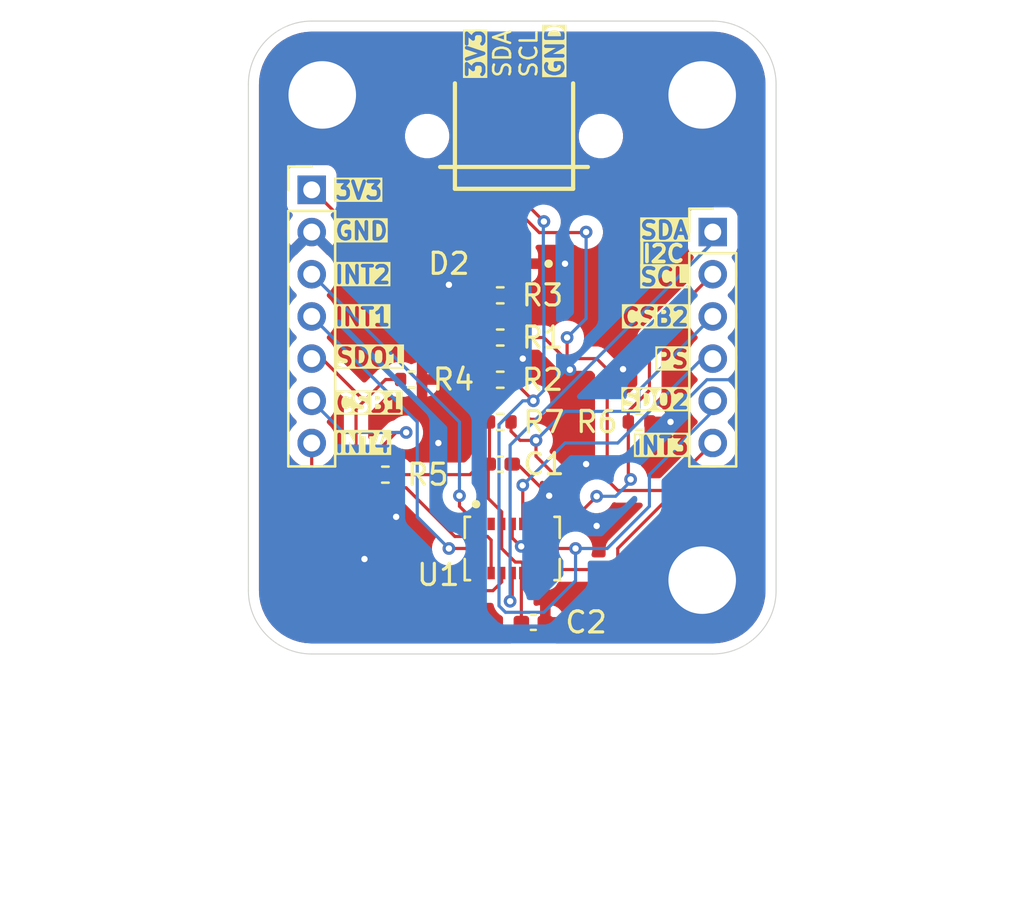
<source format=kicad_pcb>
(kicad_pcb (version 20241229) (generator "pcbnew") (generator_version "9.0")
  (layers (0 "F.Cu" signal) (2 "B.Cu" signal) (13 "F.Paste" user) (15 "B.Paste" user) (5 "F.SilkS" user "F.Silkscreen") (7 "B.SilkS" user "B.Silkscreen") (1 "F.Mask" user) (3 "B.Mask" user) (25 "Edge.Cuts" user))
  (net 0 "")
  (net 1 "+3V3")
  (net 2 "GND")
  (net 3 "SDA")
  (net 4 "SCL")
  (net 5 "INT1")
  (net 6 "CSB1")
  (net 7 "INT2")
  (net 8 "INT4")
  (net 9 "SDO1")
  (net 10 "SDO2")
  (net 11 "INT3")
  (net 12 "CSB2")
  (net 13 "PS")
  (net 14 "Net-(D2-Pad2)")
  (footprint "Lib_footprint:284697E" (layer "F.Cu") (at 140.085 67.95 180)
    (property "Reference" "J1" (hide yes))
    (property "Value" "284697-E" (hide yes))
    (fp_line (start 2.8 -1.465) (end 2.8 2.5) (stroke (width 0.2)) (layer "F.SilkS"))
    (fp_line (start 2.8 -2.5) (end 2.8 -1.465) (stroke (width 0.2)) (layer "F.SilkS"))
    (fp_line (start -2.8 -1.5) (end -2.8 2.5) (stroke (width 0.2)) (layer "F.SilkS"))
    (fp_line (start -2.8 -1.5) (end -2.8 -2.5) (stroke (width 0.2)) (layer "F.SilkS"))
    (fp_line (start -2.8 -2.5) (end 2.8 -2.5) (stroke (width 0.2)) (layer "F.SilkS"))
    (fp_line (start -3.5 -1.465) (end 3.5 -1.465) (stroke (width 0.2)) (layer "F.SilkS"))
    (pad "" np_thru_hole circle (at -4.115 0 180) (size 1.6 1.6) (drill 1.6) (layers "*.Cu" "*.Mask"))
    (pad "" np_thru_hole circle (at 4.115 0 180) (size 1.6 1.6) (drill 1.6) (layers "*.Cu" "*.Mask"))
    (pad "1" smd rect (at 1.905 1.45 180) (size 0.8 2) (layers "F.Cu" "F.Mask" "F.Paste") (net 1 "+3V3"))
    (pad "2" smd rect (at 0.635 1.45 180) (size 0.8 2) (layers "F.Cu" "F.Mask" "F.Paste") (net 3 "SDA"))
    (pad "3" smd rect (at -0.635 1.45 180) (size 0.8 2) (layers "F.Cu" "F.Mask" "F.Paste") (net 4 "SCL"))
    (pad "4" smd rect (at -1.905 1.45 180) (size 0.8 2) (layers "F.Cu" "F.Mask" "F.Paste") (net 2 "GND"))
    (pad "5" smd rect (at -4.415 -2.5 180) (size 1.2 2.4) (layers "F.Cu" "F.Mask" "F.Paste") (net 2 "GND"))
    (pad "6" smd rect (at -4.415 2.5 180) (size 1.2 2.4) (layers "F.Cu" "F.Mask" "F.Paste") (net 2 "GND"))
    (pad "7" smd rect (at 4.415 -2.5 180) (size 1.2 2.4) (layers "F.Cu" "F.Mask" "F.Paste") (net 2 "GND"))
    (pad "8" smd rect (at 4.415 2.5 180) (size 1.2 2.4) (layers "F.Cu" "F.Mask" "F.Paste") (net 2 "GND"))
  )
  (footprint "MountingHole:MountingHole_3.2mm_M3_ISO14580_Pad" (layer "F.Cu") (at 149 66)
    (property "Reference" "REF**" (hide yes))
    (property "Value" "MountingHole_3.2mm_M3_ISO14580_Pad")
    (pad "1" thru_hole circle (at 0 0) (size 5.5 5.5) (drill 3.2) (layers "*.Cu" "*.Mask") (net 2 "GND"))
  )
  (footprint "Connector_PinHeader_2.00mm:PinHeader_1x06_P2.00mm_Vertical" (layer "F.Cu") (at 149.5 72.5)
    (property "Reference" "J4" (hide yes))
    (property "Value" "Conn_01x06_Pin")
    (fp_line (start -1.11 -1.11) (end 0 -1.11) (stroke (width 0.12)) (layer "F.SilkS"))
    (fp_line (start -1.11 0) (end -1.11 -1.11) (stroke (width 0.12)) (layer "F.SilkS"))
    (fp_line (start -1.11 1) (end -1.11 11.11) (stroke (width 0.12)) (layer "F.SilkS"))
    (fp_line (start -1.11 1) (end 1.11 1) (stroke (width 0.12)) (layer "F.SilkS"))
    (fp_line (start -1.11 11.11) (end 1.11 11.11) (stroke (width 0.12)) (layer "F.SilkS"))
    (fp_line (start 1.11 1) (end 1.11 11.11) (stroke (width 0.12)) (layer "F.SilkS"))
    (pad "1" thru_hole rect (at 0 0) (size 1.35 1.35) (drill 0.8) (layers "*.Cu" "*.Mask") (net 11 "INT3"))
    (pad "2" thru_hole circle (at 0 2) (size 1.35 1.35) (drill 0.8) (layers "*.Cu" "*.Mask") (net 10 "SDO2"))
    (pad "3" thru_hole circle (at 0 4) (size 1.35 1.35) (drill 0.8) (layers "*.Cu" "*.Mask") (net 13 "PS"))
    (pad "4" thru_hole circle (at 0 6) (size 1.35 1.35) (drill 0.8) (layers "*.Cu" "*.Mask") (net 12 "CSB2"))
    (pad "5" thru_hole circle (at 0 8) (size 1.35 1.35) (drill 0.8) (layers "*.Cu" "*.Mask") (net 4 "SCL"))
    (pad "6" thru_hole circle (at 0 10) (size 1.35 1.35) (drill 0.8) (layers "*.Cu" "*.Mask") (net 3 "SDA"))
  )
  (footprint "MountingHole:MountingHole_3.2mm_M3_ISO14580_Pad" (layer "F.Cu") (at 149 89 -90)
    (property "Reference" "REF**" (hide yes))
    (property "Value" "MountingHole_3.2mm_M3_ISO14580_Pad")
    (pad "1" thru_hole circle (at 0 0 270) (size 5.5 5.5) (drill 3.2) (layers "*.Cu" "*.Mask") (net 2 "GND"))
  )
  (footprint "Resistor_SMD:R_0402_1005Metric" (layer "F.Cu") (at 139.4325 81.5)
    (property "Reference" "R7" (at 2.0675 0 0) (layer "F.SilkS"))
    (property "Value" "0R")
    (fp_line (start -0.153641 -0.38) (end 0.153641 -0.38) (stroke (width 0.12)) (layer "F.SilkS"))
    (fp_line (start -0.153641 0.38) (end 0.153641 0.38) (stroke (width 0.12)) (layer "F.SilkS"))
    (pad "1" smd roundrect (at -0.51 0) (size 0.54 0.64) (layers "F.Cu" "F.Mask" "F.Paste") (net 1 "+3V3"))
    (pad "2" smd roundrect (at 0.51 0) (size 0.54 0.64) (layers "F.Cu" "F.Mask" "F.Paste") (net 13 "PS"))
  )
  (footprint "MountingHole:MountingHole_3.2mm_M3_ISO14580_Pad" (layer "F.Cu") (at 131 66)
    (property "Reference" "REF**" (hide yes))
    (property "Value" "MountingHole_3.2mm_M3_ISO14580_Pad")
    (pad "1" thru_hole circle (at 0 0) (size 5.5 5.5) (drill 3.2) (layers "*.Cu" "*.Mask") (net 2 "GND"))
  )
  (footprint "Resistor_SMD:R_0402_1005Metric" (layer "F.Cu") (at 139.4325 77.5)
    (property "Reference" "R1" (at 2 0 0) (layer "F.SilkS"))
    (property "Value" "4k7")
    (fp_line (start -0.153641 -0.38) (end 0.153641 -0.38) (stroke (width 0.12)) (layer "F.SilkS"))
    (fp_line (start -0.153641 0.38) (end 0.153641 0.38) (stroke (width 0.12)) (layer "F.SilkS"))
    (pad "1" smd roundrect (at -0.51 0) (size 0.54 0.64) (layers "F.Cu" "F.Mask" "F.Paste") (net 1 "+3V3"))
    (pad "2" smd roundrect (at 0.51 0) (size 0.54 0.64) (layers "F.Cu" "F.Mask" "F.Paste") (net 3 "SDA"))
  )
  (footprint "Resistor_SMD:R_0402_1005Metric" (layer "F.Cu") (at 133.99 84 180)
    (property "Reference" "R5" (hide yes))
    (property "Value" "0R")
    (fp_line (start -0.153641 0.38) (end 0.153641 0.38) (stroke (width 0.12)) (layer "F.SilkS"))
    (fp_line (start -0.153641 -0.38) (end 0.153641 -0.38) (stroke (width 0.12)) (layer "F.SilkS"))
    (pad "1" smd roundrect (at -0.51 0 180) (size 0.54 0.64) (layers "F.Cu" "F.Mask" "F.Paste") (net 1 "+3V3"))
    (pad "2" smd roundrect (at 0.51 0 180) (size 0.54 0.64) (layers "F.Cu" "F.Mask" "F.Paste") (net 6 "CSB1"))
  )
  (footprint "Lib_footprint:PQFN50P450X300X100-16N" (layer "F.Cu") (at 139.915 87.5)
    (property "Reference" "U1" (at -3.415 1.25 0) (layer "F.SilkS"))
    (property "Value" "BMI088")
    (fp_line (start -2.165 -1.5) (end -1.915 -1.5) (stroke (width 0.127)) (layer "F.SilkS"))
    (fp_line (start -2.165 -0.5) (end -2.165 -1.5) (stroke (width 0.127)) (layer "F.SilkS"))
    (fp_line (start -2.165 1.5) (end -2.165 0.5) (stroke (width 0.127)) (layer "F.SilkS"))
    (fp_line (start -1.915 1.5) (end -2.165 1.5) (stroke (width 0.127)) (layer "F.SilkS"))
    (fp_line (start 2.335 -1.5) (end 2.085 -1.5) (stroke (width 0.127)) (layer "F.SilkS"))
    (fp_line (start 2.335 -0.5) (end 2.335 -1.5) (stroke (width 0.127)) (layer "F.SilkS"))
    (fp_line (start 2.335 0.5) (end 2.335 1.5) (stroke (width 0.127)) (layer "F.SilkS"))
    (fp_line (start 2.335 1.5) (end 2.085 1.5) (stroke (width 0.127)) (layer "F.SilkS"))
    (fp_circle (center -1.629 -2.1) (end -1.529 -2.1) (stroke (width 0.2)) (fill no) (layer "F.SilkS"))
    (pad "1" smd rect (at -1.415 -1.165) (size 0.35 0.59) (layers "F.Cu" "F.Mask" "F.Paste") (net 7 "INT2"))
    (pad "2" smd rect (at -0.915 -1.165) (size 0.35 0.59) (layers "F.Cu" "F.Mask" "F.Paste"))
    (pad "3" smd rect (at -0.415 -1.165) (size 0.35 0.59) (layers "F.Cu" "F.Mask" "F.Paste") (net 1 "+3V3"))
    (pad "4" smd rect (at 0.085 -1.165) (size 0.35 0.59) (layers "F.Cu" "F.Mask" "F.Paste") (net 2 "GND"))
    (pad "5" smd rect (at 0.585 -1.165) (size 0.35 0.59) (layers "F.Cu" "F.Mask" "F.Paste") (net 12 "CSB2"))
    (pad "6" smd rect (at 1.085 -1.165) (size 0.35 0.59) (layers "F.Cu" "F.Mask" "F.Paste") (net 2 "GND"))
    (pad "7" smd rect (at 1.585 -1.165) (size 0.35 0.59) (layers "F.Cu" "F.Mask" "F.Paste") (net 13 "PS"))
    (pad "8" smd rect (at 2 0) (size 0.59 0.35) (layers "F.Cu" "F.Mask" "F.Paste") (net 4 "SCL"))
    (pad "9" smd rect (at 1.585 1.165) (size 0.35 0.59) (layers "F.Cu" "F.Mask" "F.Paste") (net 3 "SDA"))
    (pad "10" smd rect (at 1.085 1.165) (size 0.35 0.59) (layers "F.Cu" "F.Mask" "F.Paste") (net 10 "SDO2"))
    (pad "11" smd rect (at 0.585 1.165) (size 0.35 0.59) (layers "F.Cu" "F.Mask" "F.Paste") (net 1 "+3V3"))
    (pad "12" smd rect (at 0.085 1.165) (size 0.35 0.59) (layers "F.Cu" "F.Mask" "F.Paste") (net 11 "INT3"))
    (pad "13" smd rect (at -0.415 1.165) (size 0.35 0.59) (layers "F.Cu" "F.Mask" "F.Paste") (net 8 "INT4"))
    (pad "14" smd rect (at -0.915 1.165) (size 0.35 0.59) (layers "F.Cu" "F.Mask" "F.Paste") (net 6 "CSB1"))
    (pad "15" smd rect (at -1.415 1.165) (size 0.35 0.59) (layers "F.Cu" "F.Mask" "F.Paste") (net 9 "SDO1"))
    (pad "16" smd rect (at -1.83 0) (size 0.59 0.35) (layers "F.Cu" "F.Mask" "F.Paste") (net 5 "INT1"))
  )
  (footprint "Connector_PinHeader_2.00mm:PinHeader_1x07_P2.00mm_Vertical" (layer "F.Cu") (at 130.5 70.5)
    (property "Reference" "J3" (hide yes))
    (property "Value" "Conn_01x07_Pin")
    (fp_line (start -1.11 -1.11) (end 0 -1.11) (stroke (width 0.12)) (layer "F.SilkS"))
    (fp_line (start -1.11 0) (end -1.11 -1.11) (stroke (width 0.12)) (layer "F.SilkS"))
    (fp_line (start -1.11 1) (end -1.11 13.11) (stroke (width 0.12)) (layer "F.SilkS"))
    (fp_line (start -1.11 1) (end 1.11 1) (stroke (width 0.12)) (layer "F.SilkS"))
    (fp_line (start -1.11 13.11) (end 1.11 13.11) (stroke (width 0.12)) (layer "F.SilkS"))
    (fp_line (start 1.11 1) (end 1.11 13.11) (stroke (width 0.12)) (layer "F.SilkS"))
    (pad "1" thru_hole rect (at 0 0) (size 1.35 1.35) (drill 0.8) (layers "*.Cu" "*.Mask") (net 1 "+3V3"))
    (pad "2" thru_hole circle (at 0 2) (size 1.35 1.35) (drill 0.8) (layers "*.Cu" "*.Mask") (net 2 "GND"))
    (pad "3" thru_hole circle (at 0 4) (size 1.35 1.35) (drill 0.8) (layers "*.Cu" "*.Mask") (net 7 "INT2"))
    (pad "4" thru_hole circle (at 0 6) (size 1.35 1.35) (drill 0.8) (layers "*.Cu" "*.Mask") (net 5 "INT1"))
    (pad "5" thru_hole circle (at 0 8) (size 1.35 1.35) (drill 0.8) (layers "*.Cu" "*.Mask") (net 9 "SDO1"))
    (pad "6" thru_hole circle (at 0 10) (size 1.35 1.35) (drill 0.8) (layers "*.Cu" "*.Mask") (net 6 "CSB1"))
    (pad "7" thru_hole circle (at 0 12) (size 1.35 1.35) (drill 0.8) (layers "*.Cu" "*.Mask") (net 8 "INT4"))
  )
  (footprint "Resistor_SMD:R_0402_1005Metric" (layer "F.Cu") (at 139.4325 79.5)
    (property "Reference" "R2" (at 2 0 0) (layer "F.SilkS"))
    (property "Value" "4k7")
    (fp_line (start -0.153641 -0.38) (end 0.153641 -0.38) (stroke (width 0.12)) (layer "F.SilkS"))
    (fp_line (start -0.153641 0.38) (end 0.153641 0.38) (stroke (width 0.12)) (layer "F.SilkS"))
    (pad "1" smd roundrect (at -0.51 0) (size 0.54 0.64) (layers "F.Cu" "F.Mask" "F.Paste") (net 1 "+3V3"))
    (pad "2" smd roundrect (at 0.51 0) (size 0.54 0.64) (layers "F.Cu" "F.Mask" "F.Paste") (net 4 "SCL"))
  )
  (footprint "Capacitor_SMD:C_0402_1005Metric_Pad0.74x0.62mm_HandSolder" (layer "F.Cu") (at 139.4325 83.5)
    (property "Reference" "C1" (at 2.0675 0 0) (layer "F.SilkS"))
    (property "Value" "100n")
    (fp_line (start -0.115835 -0.36) (end 0.115835 -0.36) (stroke (width 0.12)) (layer "F.SilkS"))
    (fp_line (start -0.115835 0.36) (end 0.115835 0.36) (stroke (width 0.12)) (layer "F.SilkS"))
    (pad "1" smd roundrect (at -0.5675 0) (size 0.735 0.62) (layers "F.Cu" "F.Mask" "F.Paste") (net 1 "+3V3"))
    (pad "2" smd roundrect (at 0.5675 0) (size 0.735 0.62) (layers "F.Cu" "F.Mask" "F.Paste") (net 2 "GND"))
  )
  (footprint "Resistor_SMD:R_0402_1005Metric" (layer "F.Cu") (at 135.22 79.49)
    (property "Reference" "R4" (at 2 0 0) (layer "F.SilkS"))
    (property "Value" "0R")
    (fp_line (start -0.153641 -0.38) (end 0.153641 -0.38) (stroke (width 0.12)) (layer "F.SilkS"))
    (fp_line (start -0.153641 0.38) (end 0.153641 0.38) (stroke (width 0.12)) (layer "F.SilkS"))
    (pad "1" smd roundrect (at -0.51 0) (size 0.54 0.64) (layers "F.Cu" "F.Mask" "F.Paste") (net 9 "SDO1"))
    (pad "2" smd roundrect (at 0.51 0) (size 0.54 0.64) (layers "F.Cu" "F.Mask" "F.Paste") (net 2 "GND"))
  )
  (footprint "Resistor_SMD:R_0402_1005Metric" (layer "F.Cu") (at 146.01 81.5)
    (property "Reference" "R6" (at -2 0 0) (layer "F.SilkS"))
    (property "Value" "0R")
    (fp_line (start -0.153641 -0.38) (end 0.153641 -0.38) (stroke (width 0.12)) (layer "F.SilkS"))
    (fp_line (start -0.153641 0.38) (end 0.153641 0.38) (stroke (width 0.12)) (layer "F.SilkS"))
    (pad "1" smd roundrect (at -0.51 0) (size 0.54 0.64) (layers "F.Cu" "F.Mask" "F.Paste") (net 10 "SDO2"))
    (pad "2" smd roundrect (at 0.51 0) (size 0.54 0.64) (layers "F.Cu" "F.Mask" "F.Paste") (net 2 "GND"))
  )
  (footprint "Capacitor_SMD:C_0402_1005Metric_Pad0.74x0.62mm_HandSolder" (layer "F.Cu") (at 141 91)
    (property "Reference" "C2" (at 2.5 0 0) (layer "F.SilkS"))
    (property "Value" "100n")
    (fp_line (start -0.115835 -0.36) (end 0.115835 -0.36) (stroke (width 0.12)) (layer "F.SilkS"))
    (fp_line (start -0.115835 0.36) (end 0.115835 0.36) (stroke (width 0.12)) (layer "F.SilkS"))
    (pad "1" smd roundrect (at -0.5675 0) (size 0.735 0.62) (layers "F.Cu" "F.Mask" "F.Paste") (net 1 "+3V3"))
    (pad "2" smd roundrect (at 0.5675 0) (size 0.735 0.62) (layers "F.Cu" "F.Mask" "F.Paste") (net 2 "GND"))
  )
  (footprint "Lib_footprint:LED_APT1608LZGCK" (layer "F.Cu") (at 139.5 74 180)
    (property "Reference" "D2" (at 2.5 0 0) (layer "F.SilkS"))
    (property "Value" "APT1608LZGCK")
    (fp_circle (center -2.225 0) (end -2.125 0) (stroke (width 0.2)) (fill no) (layer "F.SilkS"))
    (pad "1" smd rect (at -0.825 0 180) (size 0.8 0.8) (layers "F.Cu" "F.Mask" "F.Paste") (net 2 "GND"))
    (pad "2" smd rect (at 0.825 0 180) (size 0.8 0.8) (layers "F.Cu" "F.Mask" "F.Paste") (net 14 "Net-(D2-Pad2)"))
  )
  (footprint "Resistor_SMD:R_0402_1005Metric" (layer "F.Cu") (at 139.4325 75.5)
    (property "Reference" "R3" (at 2 0 0) (layer "F.SilkS"))
    (property "Value" "100R")
    (fp_line (start -0.153641 -0.38) (end 0.153641 -0.38) (stroke (width 0.12)) (layer "F.SilkS"))
    (fp_line (start -0.153641 0.38) (end 0.153641 0.38) (stroke (width 0.12)) (layer "F.SilkS"))
    (pad "1" smd roundrect (at -0.51 0) (size 0.54 0.64) (layers "F.Cu" "F.Mask" "F.Paste") (net 1 "+3V3"))
    (pad "2" smd roundrect (at 0.51 0) (size 0.54 0.64) (layers "F.Cu" "F.Mask" "F.Paste") (net 14 "Net-(D2-Pad2)"))
  )
  (gr_line (start 146.14 72.850137) (end 146.14 74.149863) (stroke (width 0.15)) (layer "F.SilkS"))
  (gr_line (start 127.5 65.5) (end 127.5 89.5) (stroke (width 0.05)) (layer "Edge.Cuts"))
  (gr_line (start 149.5 62.5) (end 130.5 62.5) (stroke (width 0.05)) (layer "Edge.Cuts"))
  (gr_arc (start 152.5 89.5) (mid 151.62132 91.62132) (end 149.5 92.5) (stroke (width 0.05)) (layer "Edge.Cuts"))
  (gr_arc (start 130.5 92.5) (mid 128.37868 91.62132) (end 127.5 89.5) (stroke (width 0.05)) (layer "Edge.Cuts"))
  (gr_line (start 152.5 89.5) (end 152.5 65.5) (stroke (width 0.05)) (layer "Edge.Cuts"))
  (gr_line (start 130.5 92.5) (end 149.5 92.5) (stroke (width 0.05)) (layer "Edge.Cuts"))
  (gr_arc (start 149.5 62.5) (mid 151.62132 63.37868) (end 152.5 65.5) (stroke (width 0.05)) (layer "Edge.Cuts"))
  (gr_arc (start 127.5 65.5) (mid 128.37868 63.37868) (end 130.5 62.5) (stroke (width 0.05)) (layer "Edge.Cuts"))
  (gr_text "INT2" (at 131.5 75 0) (layer "F.SilkS" knockout) (effects (font (size 0.8 0.8) (thickness 0.175) (bold yes)) (justify left bottom)))
  (gr_text "GND" (at 142.5 65.25 90) (layer "F.SilkS" knockout) (effects (font (size 0.8 0.8) (thickness 0.175) (bold yes)) (justify left bottom)))
  (gr_text "SDO1" (at 131.573556 78.91132 0) (layer "F.SilkS" knockout) (effects (font (size 0.8 0.8) (thickness 0.175) (bold yes)) (justify left bottom)))
  (gr_text "I2C" (at 148.25 74 0) (layer "F.SilkS") (effects (font (size 0.8 0.8) (thickness 0.175) (bold yes)) (justify right bottom)))
  (gr_text "INT4" (at 131.5 83 0) (layer "F.SilkS" knockout) (effects (font (size 0.8 0.8) (thickness 0.175) (bold yes)) (justify left bottom)))
  (gr_text "PS" (at 146.648029 78.999312 0) (layer "F.SilkS" knockout) (effects (font (size 0.8 0.8) (thickness 0.175) (bold yes)) (justify left bottom)))
  (gr_text "SDA" (at 140 65.25 90) (layer "F.SilkS") (effects (font (size 0.8 0.8) (thickness 0.12) (bold yes)) (justify left bottom)))
  (gr_text "INT3" (at 145.635197 83.09647 0) (layer "F.SilkS" knockout) (effects (font (size 0.8 0.8) (thickness 0.175) (bold yes)) (justify left bottom)))
  (gr_text "INT1" (at 131.5 77 0) (layer "F.SilkS" knockout) (effects (font (size 0.8 0.8) (thickness 0.175) (bold yes)) (justify left bottom)))
  (gr_text "SCL\n" (at 145.969752 75.103804 0) (layer "F.SilkS" knockout) (effects (font (size 0.8 0.8) (thickness 0.175) (bold yes)) (justify left bottom)))
  (gr_text "SDO2" (at 145.076077 80.928735 0) (layer "F.SilkS" knockout) (effects (font (size 0.8 0.8) (thickness 0.175) (bold yes)) (justify left bottom)))
  (gr_text "CSB2" (at 145.103575 77.001146 0) (layer "F.SilkS" knockout) (effects (font (size 0.8 0.8) (thickness 0.175) (bold yes)) (justify left bottom)))
  (gr_text "3V3" (at 131.5 71 0) (layer "F.SilkS" knockout) (effects (font (size 0.8 0.8) (thickness 0.175) (bold yes)) (justify left bottom)))
  (gr_text "CSB1" (at 131.546059 81.088221 0) (layer "F.SilkS" knockout) (effects (font (size 0.8 0.8) (thickness 0.175) (bold yes)) (justify left bottom)))
  (gr_text "R5" (at 136 84 0) (layer "F.SilkS") (effects (font (size 1 1))))
  (gr_text "3V3" (at 138.75 65.25 90) (layer "F.SilkS" knockout) (effects (font (size 0.8 0.8) (thickness 0.175) (bold yes)) (justify left bottom)))
  (gr_text "SDA" (at 148.448212 72.886953 0) (layer "F.SilkS" knockout) (effects (font (size 0.8 0.8) (thickness 0.175) (bold yes)) (justify right bottom)))
  (gr_text "GND" (at 131.524977 72.925297 0) (layer "F.SilkS" knockout) (effects (font (size 0.8 0.8) (thickness 0.175) (bold yes)) (justify left bottom)))
  (gr_text "SCL" (at 141.25 65.25 90) (layer "F.SilkS") (effects (font (size 0.8 0.8) (thickness 0.12) (bold yes)) (justify left bottom)))
  (segment (start 134.27 74.23) (end 135 74.23) (width 0.15) (layer "F.Cu") (net 1))
  (segment (start 130.54 70.5) (end 134.27 74.23) (width 0.15) (layer "F.Cu") (net 1))
  (segment (start 140.4325 91) (end 140.4325 88.7325) (width 0.15) (layer "F.Cu") (net 1))
  (segment (start 138.9225 76.5) (end 138.9225 83.4425) (width 0.15) (layer "F.Cu") (net 1))
  (segment (start 138.18 66.55) (end 138.18 71.82) (width 0.15) (layer "F.Cu") (net 1))
  (segment (start 138.865 83.5) (end 138.5 83.5) (width 0.15) (layer "F.Cu") (net 1))
  (segment (start 140.4325 88.7325) (end 140.5 88.665) (width 0.15) (layer "F.Cu") (net 1))
  (segment (start 138.9225 83.4425) (end 138.865 83.5) (width 0.15) (layer "F.Cu") (net 1))
  (segment (start 139.5 87.5) (end 140.144 88.144) (width 0.15) (layer "F.Cu") (net 1))
  (segment (start 135.77 74.23) (end 135 74.23) (width 0.15) (layer "F.Cu") (net 1))
  (segment (start 139.5 86.335) (end 139.5 87.5) (width 0.15) (layer "F.Cu") (net 1))
  (segment (start 138.865 85.128) (end 138.865 83.5) (width 0.15) (layer "F.Cu") (net 1))
  (segment (start 140.5 88.22) (end 140.5 88.665) (width 0.15) (layer "F.Cu") (net 1))
  (segment (start 140.144 88.144) (end 140.424 88.144) (width 0.15) (layer "F.Cu") (net 1))
  (segment (start 138.18 71.82) (end 135.77 74.23) (width 0.15) (layer "F.Cu") (net 1))
  (segment (start 130.5 70.5) (end 130.54 70.5) (width 0.15) (layer "F.Cu") (net 1))
  (segment (start 139.5 85.763) (end 138.865 85.128) (width 0.15) (layer "F.Cu") (net 1))
  (segment (start 137.27 76.5) (end 135 74.23) (width 0.15) (layer "F.Cu") (net 1))
  (segment (start 140.424 88.144) (end 140.5 88.22) (width 0.15) (layer "F.Cu") (net 1))
  (segment (start 139.5 86.335) (end 139.5 85.763) (width 0.15) (layer "F.Cu") (net 1))
  (segment (start 138.9225 76.5) (end 137.27 76.5) (width 0.15) (layer "F.Cu") (net 1))
  (segment (start 138.5 83.5) (end 138 84) (width 0.15) (layer "F.Cu") (net 1))
  (segment (start 138.9225 75.5) (end 138.9225 76.5) (width 0.15) (layer "F.Cu") (net 1))
  (segment (start 138 84) (end 134.5 84) (width 0.15) (layer "F.Cu") (net 1))
  (segment (start 141 86.75) (end 141 86.335) (width 0.15) (layer "F.Cu") (net 2))
  (segment (start 140 83.5) (end 140.25 83.5) (width 0.15) (layer "F.Cu") (net 2))
  (segment (start 140.669998 87.155002) (end 140.425 87.4) (width 0.15) (layer "F.Cu") (net 2))
  (segment (start 140.669998 87.080002) (end 140.669998 87.155002) (width 0.15) (layer "F.Cu") (net 2))
  (segment (start 140 87) (end 140 86.335) (width 0.15) (layer "F.Cu") (net 2))
  (segment (start 140.4 87.4) (end 140.425 87.4) (width 0.15) (layer "F.Cu") (net 2))
  (segment (start 140.92 86.415) (end 141 86.335) (width 0.15) (layer "F.Cu") (net 2))
  (segment (start 135.67 65.5) (end 135.585 65.585) (width 0.15) (layer "F.Cu") (net 2))
  (segment (start 140.669998 87.080002) (end 141 86.75) (width 0.15) (layer "F.Cu") (net 2))
  (segment (start 140 87) (end 140.4 87.4) (width 0.15) (layer "F.Cu") (net 2))
  (segment (start 140.25 83.5) (end 141.75 85) (width 0.15) (layer "F.Cu") (net 2))
  (via (at 147.5 81.5) (size 0.6) (drill 0.3) (layers "F.Cu" "B.Cu") (net 2))
  (via (at 143.5 83.5) (size 0.6) (drill 0.3) (layers "F.Cu" "B.Cu") (net 2))
  (via (at 145.25 79) (size 0.6) (drill 0.3) (layers "F.Cu" "B.Cu") (net 2))
  (via (at 137 75) (size 0.6) (drill 0.3) (layers "F.Cu" "B.Cu") (net 2))
  (via (at 140.425 87.4) (size 0.6) (drill 0.3) (layers "F.Cu" "B.Cu") (net 2))
  (via (at 142.732539 79.025) (size 0.6) (drill 0.3) (layers "F.Cu" "B.Cu") (net 2))
  (via (at 134.5 86) (size 0.6) (drill 0.3) (layers "F.Cu" "B.Cu") (net 2))
  (via (at 141.75 85) (size 0.6) (drill 0.3) (layers "F.Cu" "B.Cu") (net 2))
  (via (at 136.5 82.5) (size 0.6) (drill 0.3) (layers "F.Cu" "B.Cu") (net 2))
  (via (at 133 88) (size 0.6) (drill 0.3) (layers "F.Cu" "B.Cu") (net 2))
  (via (at 140.5 78.5) (size 0.6) (drill 0.3) (layers "F.Cu" "B.Cu") (net 2))
  (via (at 142.5 74) (size 0.6) (drill 0.3) (layers "F.Cu" "B.Cu") (net 2))
  (via (at 144 86.43) (size 0.6) (drill 0.3) (layers "F.Cu" "B.Cu") (net 2))
  (segment (start 136.5 85.5) (end 137 86) (width 0.15) (layer "B.Cu") (net 2))
  (segment (start 148 81) (end 148 80.725793) (width 0.15) (layer "B.Cu") (net 2))
  (segment (start 136.5 82.5) (end 136.5 85.5) (width 0.15) (layer "B.Cu") (net 2))
  (segment (start 148 80.725793) (end 149.225793 79.5) (width 0.15) (layer "B.Cu") (net 2))
  (segment (start 149.225793 79.5) (end 151.25 79.5) (width 0.15) (layer "B.Cu") (net 2))
  (segment (start 142.6 77.5) (end 142.6 78.4) (width 0.15) (layer "F.Cu") (net 3))
  (segment (start 144 78.5) (end 144.5 79) (width 0.15) (layer "F.Cu") (net 3))
  (segment (start 139.45 70.693877) (end 141.282123 72.526) (width 0.15) (layer "F.Cu") (net 3))
  (segment (start 139.45 66.55) (end 139.45 70.693877) (width 0.15) (layer "F.Cu") (net 3))
  (segment (start 147.25 84.75) (end 148 84) (width 0.15) (layer "F.Cu") (net 3))
  (segment (start 149.5 82.5) (end 148 84) (width 0.15) (layer "F.Cu") (net 3))
  (segment (start 144.5 79) (end 144.5 84.25) (width 0.15) (layer "F.Cu") (net 3))
  (segment (start 141.5 77.5) (end 139.9425 77.5) (width 0.15) (layer "F.Cu") (net 3))
  (segment (start 142.5 78.5) (end 144 78.5) (width 0.15) (layer "F.Cu") (net 3))
  (segment (start 143.474 72.526) (end 143.5 72.5) (width 0.15) (layer "F.Cu") (net 3))
  (segment (start 145 84.75) (end 147.25 84.75) (width 0.15) (layer "F.Cu") (net 3))
  (segment (start 142.6 78.4) (end 142.5 78.5) (width 0.15) (layer "F.Cu") (net 3))
  (segment (start 141.665 88.5) (end 141.5 88.665) (width 0.15) (layer "F.Cu") (net 3))
  (segment (start 148 84.5) (end 145 87.5) (width 0.15) (layer "F.Cu") (net 3))
  (segment (start 148 84) (end 148 84.5) (width 0.15) (layer "F.Cu") (net 3))
  (segment (start 145 88.5) (end 141.665 88.5) (width 0.15) (layer "F.Cu") (net 3))
  (segment (start 142.5 78.5) (end 141.5 77.5) (width 0.15) (layer "F.Cu") (net 3))
  (segment (start 141.282123 72.526) (end 143.474 72.526) (width 0.15) (layer "F.Cu") (net 3))
  (segment (start 145 87.5) (end 145 88.5) (width 0.15) (layer "F.Cu") (net 3))
  (segment (start 144.5 84.25) (end 145 84.75) (width 0.15) (layer "F.Cu") (net 3))
  (via (at 142.6 77.5) (size 0.6) (drill 0.3) (layers "F.Cu" "B.Cu") (net 3))
  (via (at 143.5 72.5) (size 0.6) (drill 0.3) (layers "F.Cu" "B.Cu") (net 3))
  (segment (start 143.5 76.6) (end 142.6 77.5) (width 0.15) (layer "B.Cu") (net 3))
  (segment (start 143.5 72.5) (end 143.5 76.6) (width 0.15) (layer "B.Cu") (net 3))
  (segment (start 140 79.5) (end 141 80.5) (width 0.15) (layer "F.Cu") (net 4))
  (segment (start 139.9425 79.5) (end 140 79.5) (width 0.15) (layer "F.Cu") (net 4))
  (segment (start 141.915 87.5) (end 143 87.5) (width 0.15) (layer "F.Cu") (net 4))
  (segment (start 140.72 71.22) (end 141.5 72) (width 0.15) (layer "F.Cu") (net 4))
  (segment (start 140.72 66.55) (end 140.72 71.22) (width 0.15) (layer "F.Cu") (net 4))
  (via (at 141 80.5) (size 0.6) (drill 0.3) (layers "F.Cu" "B.Cu") (net 4))
  (via (at 141.5 72) (size 0.6) (drill 0.3) (layers "F.Cu" "B.Cu") (net 4))
  (via (at 143 87.5) (size 0.6) (drill 0.3) (layers "F.Cu" "B.Cu") (net 4))
  (segment (start 141.5 75) (end 141.474 74.974) (width 0.15) (layer "B.Cu") (net 4))
  (segment (start 149.5 80.5) (end 149.5 81) (width 0.15) (layer "B.Cu") (net 4))
  (segment (start 139.374 90.217877) (end 139.682123 90.526) (width 0.15) (layer "B.Cu") (net 4))
  (segment (start 141.474 74.974) (end 141.474 72.026) (width 0.15) (layer "B.Cu") (net 4))
  (segment (start 139.682123 90.526) (end 141.5 90.526) (width 0.15) (layer "B.Cu") (net 4))
  (segment (start 141.5 80) (end 141.5 75) (width 0.15) (layer "B.Cu") (net 4))
  (segment (start 141 80.5) (end 141.5 80) (width 0.15) (layer "B.Cu") (net 4))
  (segment (start 140.5 80.5) (end 139.374 81.626) (width 0.15) (layer "B.Cu") (net 4))
  (segment (start 141.5 90.526) (end 143 89.026) (width 0.15) (layer "B.Cu") (net 4))
  (segment (start 146.5 85.5) (end 144.5 87.5) (width 0.15) (layer "B.Cu") (net 4))
  (segment (start 141 80.5) (end 140.5 80.5) (width 0.15) (layer "B.Cu") (net 4))
  (segment (start 143 89.026) (end 143 87.5) (width 0.15) (layer "B.Cu") (net 4))
  (segment (start 144.5 87.5) (end 143 87.5) (width 0.15) (layer "B.Cu") (net 4))
  (segment (start 139.374 81.626) (end 139.374 90.217877) (width 0.15) (layer "B.Cu") (net 4))
  (segment (start 146.5 84) (end 146.5 85.5) (width 0.15) (layer "B.Cu") (net 4))
  (segment (start 141.474 72.026) (end 141.5 72) (width 0.15) (layer "B.Cu") (net 4))
  (segment (start 149.5 81) (end 146.5 84) (width 0.15) (layer "B.Cu") (net 4))
  (segment (start 138.085 87.5) (end 137 87.5) (width 0.15) (layer "F.Cu") (net 5))
  (via (at 137 87.5) (size 0.6) (drill 0.3) (layers "F.Cu" "B.Cu") (net 5))
  (segment (start 135.5 86) (end 137 87.5) (width 0.15) (layer "B.Cu") (net 5))
  (segment (start 130.5 76.5) (end 135.5 81.5) (width 0.15) (layer "B.Cu") (net 5))
  (segment (start 135.5 81.5) (end 135.5 86) (width 0.15) (layer "B.Cu") (net 5))
  (segment (start 134.970943 84.621) (end 134.101 84.621) (width 0.15) (layer "F.Cu") (net 6))
  (segment (start 138.831 86.931) (end 137.280943 86.931) (width 0.15) (layer "F.Cu") (net 6))
  (segment (start 133.48 83.02) (end 133.48 84) (width 0.15) (layer "F.Cu") (net 6))
  (segment (start 134.5 82) (end 133.48 83.02) (width 0.15) (layer "F.Cu") (net 6))
  (segment (start 137.280943 86.931) (end 134.970943 84.621) (width 0.15) (layer "F.Cu") (net 6))
  (segment (start 139 87.1) (end 138.831 86.931) (width 0.15) (layer "F.Cu") (net 6))
  (segment (start 134.975 82) (end 134.5 82) (width 0.15) (layer "F.Cu") (net 6))
  (segment (start 139 88.665) (end 139 87.1) (width 0.15) (layer "F.Cu") (net 6))
  (segment (start 134.101 84.621) (end 133.48 84) (width 0.15) (layer "F.Cu") (net 6))
  (via (at 134.975 82) (size 0.6) (drill 0.3) (layers "F.Cu" "B.Cu") (net 6))
  (segment (start 132 82) (end 130.5 80.5) (width 0.15) (layer "B.Cu") (net 6))
  (segment (start 134.975 82) (end 132 82) (width 0.15) (layer "B.Cu") (net 6))
  (segment (start 138.335 86.335) (end 137.5 85.5) (width 0.15) (layer "F.Cu") (net 7))
  (segment (start 137.5 85.5) (end 137.5 85) (width 0.15) (layer "F.Cu") (net 7))
  (segment (start 138.5 86.335) (end 138.335 86.335) (width 0.15) (layer "F.Cu") (net 7))
  (via (at 137.5 85) (size 0.6) (drill 0.3) (layers "F.Cu" "B.Cu") (net 7))
  (segment (start 137.5 81.5) (end 137.5 85) (width 0.15) (layer "B.Cu") (net 7))
  (segment (start 130.5 74.5) (end 137.5 81.5) (width 0.15) (layer "B.Cu") (net 7))
  (segment (start 130.5 88.5) (end 131.5 89.5) (width 0.15) (layer "F.Cu") (net 8))
  (segment (start 139.5 88.665) (end 139.401 88.665) (width 0.15) (layer "F.Cu") (net 8))
  (segment (start 131.5 89.5) (end 139.087 89.5) (width 0.15) (layer "F.Cu") (net 8))
  (segment (start 130.5 82.5) (end 130.5 88.5) (width 0.15) (layer "F.Cu") (net 8))
  (segment (start 139.5 89.087) (end 139.5 88.665) (width 0.15) (layer "F.Cu") (net 8))
  (segment (start 139.087 89.5) (end 139.5 89.087) (width 0.15) (layer "F.Cu") (net 8))
  (segment (start 134 79.5) (end 134.01 79.49) (width 0.15) (layer "F.Cu") (net 9))
  (segment (start 132.99 80.5) (end 132.6 80.89) (width 0.15) (layer "F.Cu") (net 9))
  (segment (start 132.6 85.93424) (end 135.33076 88.665) (width 0.15) (layer "F.Cu") (net 9))
  (segment (start 133.99 79.5) (end 132.99 80.5) (width 0.15) (layer "F.Cu") (net 9))
  (segment (start 130.99 78.5) (end 132.99 80.5) (width 0.15) (layer "F.Cu") (net 9))
  (segment (start 130.5 78.5) (end 130.99 78.5) (width 0.15) (layer "F.Cu") (net 9))
  (segment (start 135.33076 88.665) (end 138.5 88.665) (width 0.15) (layer "F.Cu") (net 9))
  (segment (start 133.99 79.5) (end 134 79.5) (width 0.15) (layer "F.Cu") (net 9))
  (segment (start 134.01 79.49) (end 134.71 79.49) (width 0.15) (layer "F.Cu") (net 9))
  (segment (start 132.6 80.89) (end 132.6 85.93424) (width 0.15) (layer "F.Cu") (net 9))
  (segment (start 141.319678 86.856) (end 142.169 86.856) (width 0.15) (layer "F.Cu") (net 10))
  (segment (start 145.5 81) (end 146.5 80) (width 0.15) (layer "F.Cu") (net 10))
  (segment (start 145.5 81.5) (end 145.5 81) (width 0.15) (layer "F.Cu") (net 10))
  (segment (start 146.5 80) (end 146.5 77.5) (width 0.15) (layer "F.Cu") (net 10))
  (segment (start 146.5 77.5) (end 149.5 74.5) (width 0.15) (layer "F.Cu") (net 10))
  (segment (start 142.169 86.856) (end 144 85.025) (width 0.15) (layer "F.Cu") (net 10))
  (segment (start 141 88.665) (end 141 87.175678) (width 0.15) (layer "F.Cu") (net 10))
  (segment (start 145.5 84.116268) (end 145.5 81.5) (width 0.15) (layer "F.Cu") (net 10))
  (segment (start 145.608732 84.225) (end 145.5 84.116268) (width 0.15) (layer "F.Cu") (net 10))
  (segment (start 141 87.175678) (end 141.319678 86.856) (width 0.15) (layer "F.Cu") (net 10))
  (via (at 145.608732 84.225) (size 0.6) (drill 0.3) (layers "F.Cu" "B.Cu") (net 10))
  (via (at 144 85.025) (size 0.6) (drill 0.3) (layers "F.Cu" "B.Cu") (net 10))
  (segment (start 145.608732 84.225) (end 145.608732 84.316946) (width 0.15) (layer "B.Cu") (net 10))
  (segment (start 145.608732 84.316946) (end 144.900678 85.025) (width 0.15) (layer "B.Cu") (net 10))
  (segment (start 144.900678 85.025) (end 144 85.025) (width 0.15) (layer "B.Cu") (net 10))
  (segment (start 140 89.9) (end 139.9 90) (width 0.15) (layer "F.Cu") (net 11))
  (segment (start 140 88.665) (end 140 89.9) (width 0.15) (layer "F.Cu") (net 11))
  (via (at 139.9 90) (size 0.6) (drill 0.3) (layers "F.Cu" "B.Cu") (net 11))
  (segment (start 139.9 82.6) (end 139.9 90) (width 0.15) (layer "B.Cu") (net 11))
  (segment (start 139.9 82.6) (end 149.5 73) (width 0.15) (layer "B.Cu") (net 11))
  (segment (start 149.5 73) (end 149.5 72.5) (width 0.15) (layer "B.Cu") (net 11))
  (segment (start 140.5 86.335) (end 140.5 84.5) (width 0.15) (layer "F.Cu") (net 12))
  (via (at 140.5 84.5) (size 0.6) (drill 0.3) (layers "F.Cu" "B.Cu") (net 12))
  (segment (start 142.5 82.5) (end 140.5 84.5) (width 0.15) (layer "B.Cu") (net 12))
  (segment (start 149.5 78.5) (end 149 78.5) (width 0.15) (layer "B.Cu") (net 12))
  (segment (start 145 82.5) (end 142.5 82.5) (width 0.15) (layer "B.Cu") (net 12))
  (segment (start 149 78.5) (end 145 82.5) (width 0.15) (layer "B.Cu") (net 12))
  (segment (start 139.9425 81.9425) (end 139.9425 81.5) (width 0.15) (layer "F.Cu") (net 13))
  (segment (start 142.5 85.335) (end 141.5 86.335) (width 0.15) (layer "F.Cu") (net 13))
  (segment (start 141.125 83.125) (end 142.5 84.5) (width 0.15) (layer "F.Cu") (net 13))
  (segment (start 141.125 82.375) (end 140.375 82.375) (width 0.15) (layer "F.Cu") (net 13))
  (segment (start 141.125 82.375) (end 141.125 83.125) (width 0.15) (layer "F.Cu") (net 13))
  (segment (start 142.5 84.5) (end 142.5 85.335) (width 0.15) (layer "F.Cu") (net 13))
  (segment (start 140.375 82.375) (end 139.9425 81.9425) (width 0.15) (layer "F.Cu") (net 13))
  (via (at 141.125 82.375) (size 0.6) (drill 0.3) (layers "F.Cu" "B.Cu") (net 13))
  (segment (start 146 81) (end 146 80) (width 0.15) (layer "B.Cu") (net 13))
  (segment (start 142.5 81) (end 146 81) (width 0.15) (layer "B.Cu") (net 13))
  (segment (start 146 80) (end 149.5 76.5) (width 0.15) (layer "B.Cu") (net 13))
  (segment (start 141.125 82.375) (end 142.5 81) (width 0.15) (layer "B.Cu") (net 13))
  (segment (start 138.675 74) (end 138.675 74.2325) (width 0.15) (layer "F.Cu") (net 14))
  (segment (start 138.675 74.2325) (end 139.9425 75.5) (width 0.15) (layer "F.Cu") (net 14))
  (zone (net 2) (net_name "GND") (layers "F.Cu" "B.Cu") (connect_pads (clearance 0.5)) (min_thickness 0.25) (fill yes (thermal_gap 0.5) (thermal_bridge_width 0.5))
    (polygon (pts (xy 126.5 61.5) (xy 153.5 61.5) (xy 153.5 93.5) (xy 126.5 93.5)))
  )
)
</source>
